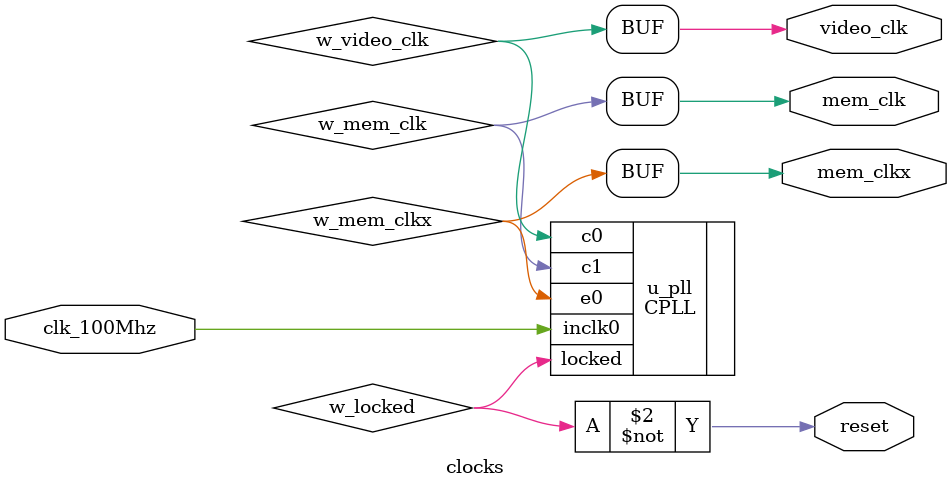
<source format=v>


module clocks (
	input wire clk_100Mhz,
	output reg reset,
	output reg mem_clk = 0,
	output reg mem_clkx = 0,
	output reg video_clk = 0
	);
	
`ifdef __ICARUS__ 
//simplified reset and clock generation for simulator
reg [3:0]rst_delay = 0;
always @(posedge clk_100Mhz)
	rst_delay <= { rst_delay[2:0], 1'b1 };

always @*
	reset = ~rst_delay[3];

always @*
begin
	//# 3.38 mem_clk = ~mem_clk;
	mem_clk  = clk_100Mhz;
	mem_clkx = clk_100Mhz;
end
	
always
	#6.7 video_clk = ~video_clk;

	
`else

//use Quartus PLLs for real clock and reset synthesis
wire w_locked;
wire w_video_clk;
wire w_mem_clk;
wire w_mem_clkx;
CPLL u_pll(
	.inclk0(clk_100Mhz),
	.c0(w_video_clk),
	.c1(w_mem_clk),
	.e0(w_mem_clkx),
	.locked(w_locked)
	);
	
always @*
begin
	reset = ~w_locked;
	mem_clk    = w_mem_clk;
	mem_clkx   = w_mem_clkx;
	video_clk  = w_video_clk;
end

`endif

endmodule


</source>
